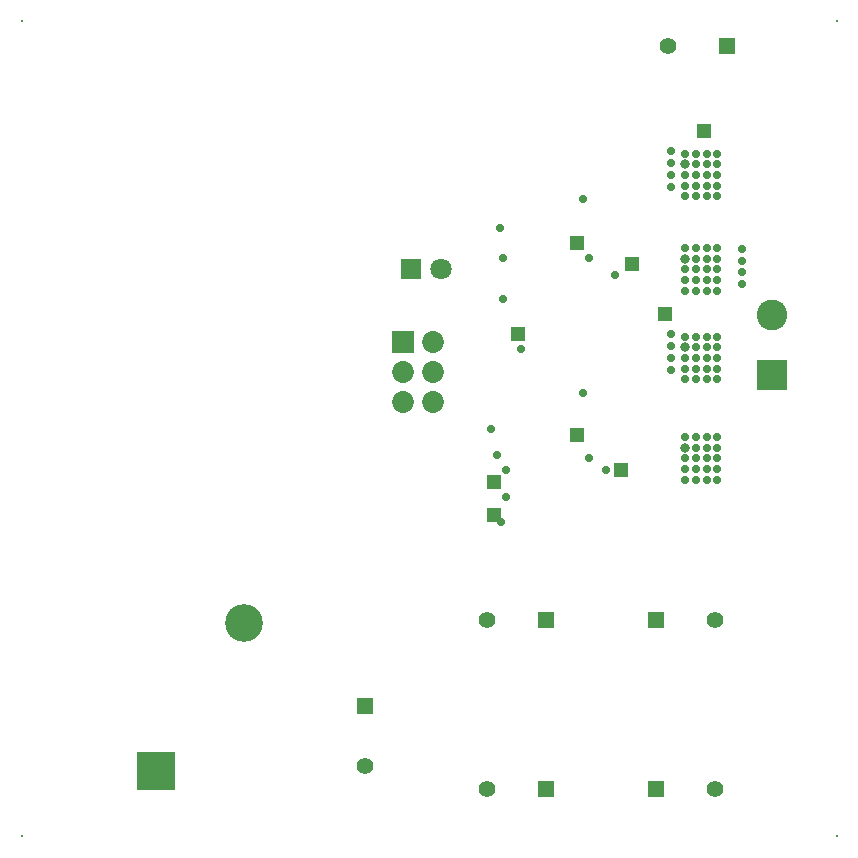
<source format=gbs>
G04*
G04 #@! TF.GenerationSoftware,Altium Limited,Altium Designer,20.1.12 (249)*
G04*
G04 Layer_Color=16711935*
%FSLAX44Y44*%
%MOMM*%
G71*
G04*
G04 #@! TF.SameCoordinates,BAD2E13A-ADEF-41FB-B1CA-1C4B7F66A015*
G04*
G04*
G04 #@! TF.FilePolarity,Negative*
G04*
G01*
G75*
%ADD36R,1.8532X1.8532*%
%ADD37C,1.8532*%
%ADD38C,1.4032*%
%ADD39R,1.4032X1.4032*%
%ADD40C,0.2000*%
%ADD41C,3.2032*%
%ADD42R,3.2032X3.2032*%
%ADD43R,1.4032X1.4032*%
%ADD44C,2.6032*%
%ADD45R,2.6032X2.6032*%
%ADD46C,1.8032*%
%ADD47R,1.8032X1.8032*%
%ADD48C,0.7016*%
%ADD49C,0.7000*%
%ADD50C,0.8032*%
%ADD76R,1.2032X1.2032*%
D36*
X352500Y448300D02*
D03*
D37*
X377900D02*
D03*
X352500Y422900D02*
D03*
Y397500D02*
D03*
X377900Y422900D02*
D03*
Y397500D02*
D03*
D38*
X424085Y213293D02*
D03*
X424085Y70250D02*
D03*
X617128D02*
D03*
X577500Y699043D02*
D03*
X617128Y213293D02*
D03*
X321043Y90000D02*
D03*
D39*
X474085Y213293D02*
D03*
X474085Y70250D02*
D03*
X567128D02*
D03*
X627500Y699043D02*
D03*
X567128Y213293D02*
D03*
D40*
X30000Y30000D02*
D03*
Y720000D02*
D03*
X720000D02*
D03*
Y30000D02*
D03*
D41*
X218500Y210250D02*
D03*
D42*
X143500Y85250D02*
D03*
D43*
X321043Y140000D02*
D03*
D44*
X665000Y471730D02*
D03*
D45*
Y420930D02*
D03*
D46*
X385200Y510000D02*
D03*
D47*
X359800D02*
D03*
D48*
X452500Y442500D02*
D03*
X580000Y435000D02*
D03*
Y445000D02*
D03*
Y455000D02*
D03*
X525000Y340000D02*
D03*
X437500Y485000D02*
D03*
X510000Y350000D02*
D03*
X532500Y505000D02*
D03*
X436016Y296484D02*
D03*
X440000Y340000D02*
D03*
X440188Y317312D02*
D03*
X432500Y352500D02*
D03*
X437661Y520000D02*
D03*
X580000Y425000D02*
D03*
Y580000D02*
D03*
Y590000D02*
D03*
Y600000D02*
D03*
Y610000D02*
D03*
X427500Y375000D02*
D03*
X435000Y545000D02*
D03*
X505000Y405000D02*
D03*
X510000Y520000D02*
D03*
X505000Y570000D02*
D03*
X640000Y497500D02*
D03*
Y507500D02*
D03*
Y517500D02*
D03*
Y527500D02*
D03*
X592000Y590000D02*
D03*
Y572000D02*
D03*
X601000D02*
D03*
X610000D02*
D03*
X619000D02*
D03*
Y581000D02*
D03*
X610000D02*
D03*
X601000D02*
D03*
Y590000D02*
D03*
X610000D02*
D03*
X619000D02*
D03*
Y599000D02*
D03*
X610000D02*
D03*
X601000D02*
D03*
Y608000D02*
D03*
X610000D02*
D03*
X619000D02*
D03*
X592000Y581000D02*
D03*
X592000Y501000D02*
D03*
X619000Y528000D02*
D03*
X610000D02*
D03*
X601000D02*
D03*
Y519000D02*
D03*
X610000D02*
D03*
X619000D02*
D03*
Y510000D02*
D03*
X610000D02*
D03*
X601000D02*
D03*
Y501000D02*
D03*
X610000D02*
D03*
X619000D02*
D03*
Y492000D02*
D03*
X610000D02*
D03*
X601000D02*
D03*
X592000D02*
D03*
Y510000D02*
D03*
Y435000D02*
D03*
Y417000D02*
D03*
X601000D02*
D03*
X610000D02*
D03*
X619000D02*
D03*
Y426000D02*
D03*
X610000D02*
D03*
X601000D02*
D03*
Y435000D02*
D03*
X610000D02*
D03*
X619000D02*
D03*
Y444000D02*
D03*
X610000D02*
D03*
X601000D02*
D03*
Y453000D02*
D03*
X610000D02*
D03*
X619000D02*
D03*
X592000Y426000D02*
D03*
Y341000D02*
D03*
X619000Y368000D02*
D03*
X610000D02*
D03*
X601000D02*
D03*
Y359000D02*
D03*
X610000D02*
D03*
X619000D02*
D03*
Y350000D02*
D03*
X610000D02*
D03*
X601000D02*
D03*
Y341000D02*
D03*
X610000D02*
D03*
X619000D02*
D03*
Y332000D02*
D03*
X610000D02*
D03*
X601000D02*
D03*
X592000D02*
D03*
Y350000D02*
D03*
D49*
X592000Y608000D02*
D03*
X592000Y528000D02*
D03*
Y453000D02*
D03*
Y368000D02*
D03*
D50*
X592000Y599000D02*
D03*
X592000Y519000D02*
D03*
Y444000D02*
D03*
Y359000D02*
D03*
D76*
X430000Y302500D02*
D03*
X537500Y340000D02*
D03*
X607500Y627500D02*
D03*
X546957Y515034D02*
D03*
X450000Y455000D02*
D03*
X575000Y472500D02*
D03*
X430000Y330000D02*
D03*
X500000Y532500D02*
D03*
Y370000D02*
D03*
M02*

</source>
